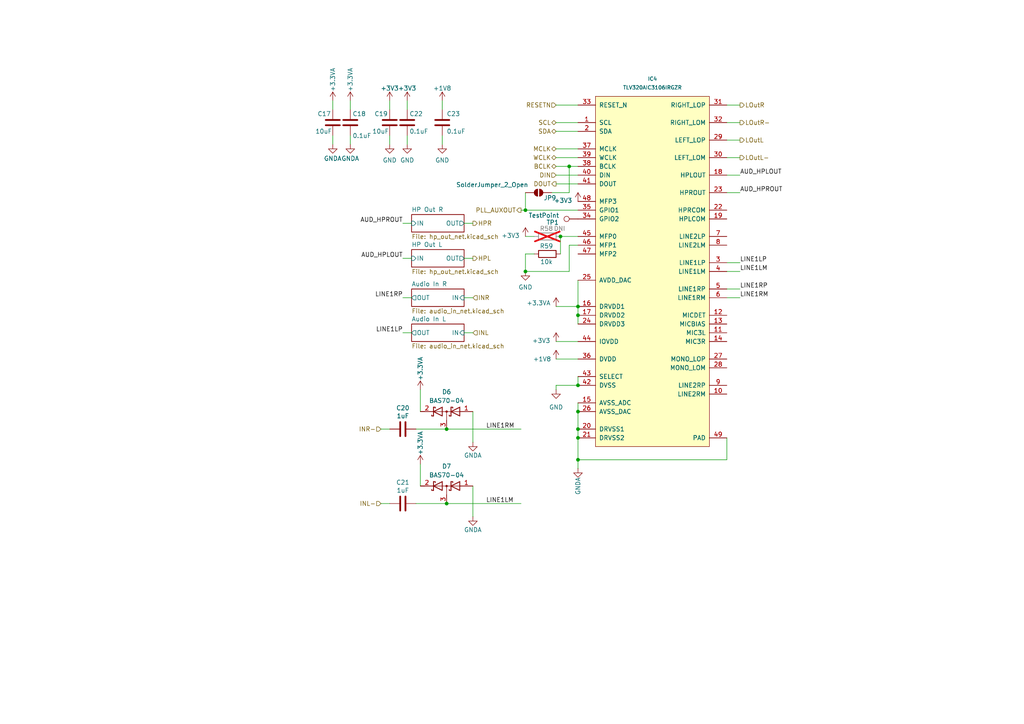
<source format=kicad_sch>
(kicad_sch (version 20250114) (generator "eeschema") (generator_version "9.0")
  (paper "A4")
  (lib_symbols
    (symbol "Bela:TLV320AIC3106IRGZR" (pin_names (offset 1.016))
      (property "Reference" "U" (at -15.24 46.736 0))
      (property "Value" "TLV320AIC3106IRGZR" (at -15.24 -57.658 0))
      (symbol "TLV320AIC3106IRGZR_1_0"
        (pin bidirectional line (at -20.32 43.18 0) (length 5.08) (name "RESET_N") (number "33"))
        (pin bidirectional line (at -20.32 38.1 0) (length 5.08) (name "SCL") (number "1"))
        (pin bidirectional line (at -20.32 35.56 0) (length 5.08) (name "SDA") (number "2"))
        (pin bidirectional line (at -20.32 30.48 0) (length 5.08) (name "MCLK") (number "37"))
        (pin bidirectional line (at -20.32 27.94 0) (length 5.08) (name "WCLK") (number "39"))
        (pin bidirectional line (at -20.32 25.4 0) (length 5.08) (name "BCLK") (number "38"))
        (pin bidirectional line (at -20.32 22.86 0) (length 5.08) (name "DIN") (number "40"))
        (pin bidirectional line (at -20.32 20.32 0) (length 5.08) (name "DOUT") (number "41"))
        (pin bidirectional line (at -20.32 15.24 0) (length 5.08) (name "MFP3") (number "48"))
        (pin bidirectional line (at -20.32 12.7 0) (length 5.08) (name "GPIO1") (number "35"))
        (pin bidirectional line (at -20.32 10.16 0) (length 5.08) (name "GPIO2") (number "34"))
        (pin bidirectional line (at -20.32 5.08 0) (length 5.08) (name "MFP0") (number "45"))
        (pin bidirectional line (at -20.32 2.54 0) (length 5.08) (name "MFP1") (number "46"))
        (pin bidirectional line (at -20.32 0 0) (length 5.08) (name "MFP2") (number "47"))
        (pin bidirectional line (at -20.32 -7.62 0) (length 5.08) (name "AVDD_DAC") (number "25"))
        (pin bidirectional line (at -20.32 -15.24 0) (length 5.08) (name "DRVDD1") (number "16"))
        (pin bidirectional line (at -20.32 -17.78 0) (length 5.08) (name "DRVDD2") (number "17"))
        (pin bidirectional line (at -20.32 -20.32 0) (length 5.08) (name "DRVDD3") (number "24"))
        (pin bidirectional line (at -20.32 -25.4 0) (length 5.08) (name "IOVDD") (number "44"))
        (pin bidirectional line (at -20.32 -30.48 0) (length 5.08) (name "DVDD") (number "36"))
        (pin bidirectional line (at -20.32 -35.56 0) (length 5.08) (name "SELECT") (number "43"))
        (pin bidirectional line (at -20.32 -38.1 0) (length 5.08) (name "DVSS") (number "42"))
        (pin bidirectional line (at -20.32 -43.18 0) (length 5.08) (name "AVSS_ADC") (number "15"))
        (pin bidirectional line (at -20.32 -45.72 0) (length 5.08) (name "AVSS_DAC") (number "26"))
        (pin bidirectional line (at -20.32 -50.8 0) (length 5.08) (name "DRVSS1") (number "20"))
        (pin bidirectional line (at -20.32 -53.34 0) (length 5.08) (name "DRVSS2") (number "21"))
        (pin bidirectional line (at 22.86 43.18 180) (length 5.08) (name "RIGHT_LOP") (number "31"))
        (pin bidirectional line (at 22.86 38.1 180) (length 5.08) (name "RIGHT_LOM") (number "32"))
        (pin bidirectional line (at 22.86 33.02 180) (length 5.08) (name "LEFT_LOP") (number "29"))
        (pin bidirectional line (at 22.86 27.94 180) (length 5.08) (name "LEFT_LOM") (number "30"))
        (pin bidirectional line (at 22.86 22.86 180) (length 5.08) (name "HPLOUT") (number "18"))
        (pin bidirectional line (at 22.86 17.78 180) (length 5.08) (name "HPROUT") (number "23"))
        (pin bidirectional line (at 22.86 12.7 180) (length 5.08) (name "HPRCOM") (number "22"))
        (pin bidirectional line (at 22.86 10.16 180) (length 5.08) (name "HPLCOM") (number "19"))
        (pin bidirectional line (at 22.86 5.08 180) (length 5.08) (name "LINE2LP") (number "7"))
        (pin bidirectional line (at 22.86 2.54 180) (length 5.08) (name "LINE2LM") (number "8"))
        (pin bidirectional line (at 22.86 -2.54 180) (length 5.08) (name "LINE1LP") (number "3"))
        (pin bidirectional line (at 22.86 -5.08 180) (length 5.08) (name "LINE1LM") (number "4"))
        (pin bidirectional line (at 22.86 -10.16 180) (length 5.08) (name "LINE1RP") (number "5"))
        (pin bidirectional line (at 22.86 -12.7 180) (length 5.08) (name "LINE1RM") (number "6"))
        (pin bidirectional line (at 22.86 -17.78 180) (length 5.08) (name "MICDET") (number "12"))
        (pin bidirectional line (at 22.86 -20.32 180) (length 5.08) (name "MICBIAS") (number "13"))
        (pin bidirectional line (at 22.86 -22.86 180) (length 5.08) (name "MIC3L") (number "11"))
        (pin bidirectional line (at 22.86 -25.4 180) (length 5.08) (name "MIC3R") (number "14"))
        (pin bidirectional line (at 22.86 -30.48 180) (length 5.08) (name "MONO_LOP") (number "27"))
        (pin bidirectional line (at 22.86 -33.02 180) (length 5.08) (name "MONO_LOM") (number "28"))
        (pin bidirectional line (at 22.86 -38.1 180) (length 5.08) (name "LINE2RP") (number "9"))
        (pin bidirectional line (at 22.86 -40.64 180) (length 5.08) (name "LINE2RM") (number "10"))
        (pin bidirectional line (at 22.86 -53.34 180) (length 5.08) (name "PAD") (number "49"))
      )
      (symbol "TLV320AIC3106IRGZR_1_1"
        (polyline (pts (xy -15.24 45.72) (xy 17.78 45.72) (xy 17.78 -55.88) (xy -15.24 -55.88) (xy -15.24 45.72)) (stroke (width 0.1524)) (fill (type background)))
      )
    )
    (symbol "Connector:TestPoint" (pin_numbers (hide yes)) (pin_names (offset 0.762) (hide yes))
      (property "Reference" "TP" (at 0 6.858 0))
      (property "Value" "TestPoint" (at 0 5.08 0))
      (symbol "TestPoint_0_1"
        (circle (center 0 3.302) (radius 0.762))
      )
      (symbol "TestPoint_1_1"
        (pin passive line (at 0 0 90) (length 2.54) (name "1") (number "1"))
      )
    )
    (symbol "Device:C" (pin_numbers (hide yes)) (pin_names (offset 0.254))
      (property "Reference" "C" (at 0.635 2.54 0))
      (property "Value" "C" (at 0.635 -2.54 0))
      (symbol "C_0_1"
        (polyline (pts (xy -2.032 0.762) (xy 2.032 0.762)) (stroke (width 0.508)))
        (polyline (pts (xy -2.032 -0.762) (xy 2.032 -0.762)) (stroke (width 0.508)))
      )
      (symbol "C_1_1"
        (pin passive line (at 0 3.81 270) (length 2.794) (name "~") (number "1"))
        (pin passive line (at 0 -3.81 90) (length 2.794) (name "~") (number "2"))
      )
    )
    (symbol "Device:D_Schottky_Dual_Series_AKC" (pin_names (offset 0.762) (hide yes))
      (property "Reference" "D" (at 1.27 -2.54 0))
      (property "Value" "D_Schottky_Dual_Series_AKC" (at 0 2.54 0))
      (symbol "D_Schottky_Dual_Series_AKC_0_1"
        (polyline (pts (xy -3.81 1.27) (xy -1.27 0) (xy -3.81 -1.27) (xy -3.81 1.27) (xy -3.81 1.27) (xy -3.81 1.27)) (stroke (width 0.254)))
        (polyline (pts (xy -3.81 0) (xy 3.81 0)))
        (polyline (pts (xy -1.778 1.016) (xy -1.778 1.27) (xy -1.27 1.27) (xy -1.27 1.27) (xy -1.27 1.27)) (stroke (width 0.254)))
        (polyline (pts (xy -1.27 -1.27) (xy -1.27 1.27) (xy -1.27 1.27)) (stroke (width 0.254)))
        (polyline (pts (xy -1.27 -1.27) (xy -0.762 -1.27) (xy -0.762 -1.016) (xy -0.762 -1.016)) (stroke (width 0.254)))
        (polyline (pts (xy 0 0) (xy 0 -2.54)))
        (circle (center 0 0) (radius 0.254) (fill (type outline)))
        (polyline (pts (xy 1.27 1.27) (xy 3.81 0) (xy 1.27 -1.27) (xy 1.27 1.27) (xy 1.27 1.27) (xy 1.27 1.27)) (stroke (width 0.254)))
        (polyline (pts (xy 3.81 1.27) (xy 3.81 -1.27) (xy 3.81 -1.27)) (stroke (width 0.254)))
        (polyline (pts (xy 3.81 1.27) (xy 3.302 1.27) (xy 3.302 1.016) (xy 3.302 1.016)) (stroke (width 0.254)))
        (polyline (pts (xy 3.81 -1.27) (xy 4.318 -1.27) (xy 4.318 -1.016) (xy 4.318 -1.016)) (stroke (width 0.254)))
        (polyline (pts (xy 6.35 0) (xy 7.62 0)))
        (pin passive line (at -7.62 0 0) (length 3.81) (name "A") (number "1"))
        (pin passive line (at 0 -5.08 90) (length 2.54) (name "common") (number "3"))
        (pin passive line (at 7.62 0 180) (length 3.81) (name "K") (number "2"))
      )
    )
    (symbol "Device:R" (pin_numbers (hide yes)) (pin_names (offset 0))
      (property "Reference" "R" (at 2.032 0 90))
      (property "Value" "R" (at 0 0 90))
      (symbol "R_0_1"
        (rectangle (start -1.016 -2.54) (end 1.016 2.54) (stroke (width 0.254)))
      )
      (symbol "R_1_1"
        (pin passive line (at 0 3.81 270) (length 1.27) (name "~") (number "1"))
        (pin passive line (at 0 -3.81 90) (length 1.27) (name "~") (number "2"))
      )
    )
    (symbol "GND_1" (power) (pin_numbers (hide yes)) (pin_names (offset 0) (hide yes))
      (property "Value" "GND" (at 0 -3.81 0))
      (symbol "GND_1_0_1"
        (polyline (pts (xy 0 0) (xy 0 -1.27) (xy 1.27 -1.27) (xy 0 -2.54) (xy -1.27 -1.27) (xy 0 -1.27)))
      )
      (symbol "GND_1_1_1"
        (pin power_in line (at 0 0 270) (length 0) (name "~") (number "1"))
      )
    )
    (symbol "Jumper:SolderJumper_2_Open" (pin_numbers (hide yes)) (pin_names (offset 0) (hide yes)) (in_bom no)
      (property "Reference" "JP" (at 0 2.032 0))
      (property "Value" "SolderJumper_2_Open" (at 0 -2.54 0))
      (symbol "SolderJumper_2_Open_0_1"
        (polyline (pts (xy -0.254 1.016) (xy -0.254 -1.016)))
        (arc (start -0.254 -1.016) (mid -1.2656 0) (end -0.254 1.016))
        (arc (start -0.254 -1.016) (mid -1.2656 0) (end -0.254 1.016) (fill (type outline)))
        (arc (start 0.254 1.016) (mid 1.2656 0) (end 0.254 -1.016))
        (arc (start 0.254 1.016) (mid 1.2656 0) (end 0.254 -1.016) (fill (type outline)))
        (polyline (pts (xy 0.254 1.016) (xy 0.254 -1.016)))
      )
      (symbol "SolderJumper_2_Open_1_1"
        (pin passive line (at -3.81 0 0) (length 2.54) (name "A") (number "1"))
        (pin passive line (at 3.81 0 180) (length 2.54) (name "B") (number "2"))
      )
    )
    (symbol "power:+1V8" (power) (pin_names (offset 0))
      (property "Value" "+1V8" (at 0 3.556 0))
      (symbol "+1V8_0_1"
        (polyline (pts (xy -0.762 1.27) (xy 0 2.54)))
        (polyline (pts (xy 0 2.54) (xy 0.762 1.27)))
        (polyline (pts (xy 0 0) (xy 0 2.54)))
      )
      (symbol "+1V8_1_1"
        (pin power_in line (at 0 0 90) (length 0) (hide yes) (name "+1V8") (number "1"))
      )
    )
    (symbol "power:+3.3VA" (power) (pin_names (offset 0))
      (property "Value" "+3.3VA" (at 0 3.556 0))
      (symbol "+3.3VA_0_1"
        (polyline (pts (xy -0.762 1.27) (xy 0 2.54)))
        (polyline (pts (xy 0 2.54) (xy 0.762 1.27)))
        (polyline (pts (xy 0 0) (xy 0 2.54)))
      )
      (symbol "+3.3VA_1_1"
        (pin power_in line (at 0 0 90) (length 0) (hide yes) (name "+3.3VA") (number "1"))
      )
    )
    (symbol "power:+3V3" (power) (pin_names (offset 0))
      (property "Value" "+3V3" (at 0 3.556 0))
      (symbol "+3V3_0_1"
        (polyline (pts (xy -0.762 1.27) (xy 0 2.54)))
        (polyline (pts (xy 0 2.54) (xy 0.762 1.27)))
        (polyline (pts (xy 0 0) (xy 0 2.54)))
      )
      (symbol "+3V3_1_1"
        (pin power_in line (at 0 0 90) (length 0) (hide yes) (name "+3V3") (number "1"))
      )
    )
    (symbol "power:GND" (power) (pin_names (offset 0))
      (property "Value" "GND" (at 0 -3.81 0))
      (symbol "GND_0_1"
        (polyline (pts (xy 0 0) (xy 0 -1.27) (xy 1.27 -1.27) (xy 0 -2.54) (xy -1.27 -1.27) (xy 0 -1.27)))
      )
      (symbol "GND_1_1"
        (pin power_in line (at 0 0 270) (length 0) (hide yes) (name "GND") (number "1"))
      )
    )
    (symbol "power:GNDA" (power) (pin_numbers (hide yes)) (pin_names (offset 0) (hide yes))
      (property "Value" "GNDA" (at 0 -3.81 0))
      (symbol "GNDA_0_1"
        (polyline (pts (xy 0 0) (xy 0 -1.27) (xy 1.27 -1.27) (xy 0 -2.54) (xy -1.27 -1.27) (xy 0 -1.27)))
      )
      (symbol "GNDA_1_1"
        (pin power_in line (at 0 0 270) (length 0) (name "~") (number "1"))
      )
    )
  )
  (junction (at 152.4 78.74))
  (junction (at 162.56 68.58))
  (junction (at 165.1 48.26))
  (junction (at 129.54 124.46))
  (junction (at 167.64 88.9))
  (junction (at 152.4 60.96))
  (junction (at 167.64 124.46))
  (junction (at 167.64 133.35))
  (junction (at 167.64 91.44))
  (junction (at 129.54 146.05))
  (junction (at 167.64 119.38))
  (junction (at 167.64 111.76))
  (junction (at 167.64 127))
  (wire (pts (xy 210.82 30.48) (xy 214.63 30.48)))
  (wire (pts (xy 121.92 113.03) (xy 121.92 119.38)))
  (wire (pts (xy 210.82 86.36) (xy 214.63 86.36)))
  (wire (pts (xy 210.82 40.64) (xy 214.63 40.64)))
  (wire (pts (xy 110.49 124.46) (xy 113.03 124.46)))
  (wire (pts (xy 101.6 29.21) (xy 101.6 31.75)))
  (wire (pts (xy 161.29 104.14) (xy 167.64 104.14)))
  (wire (pts (xy 128.27 41.91) (xy 128.27 39.37)))
  (wire (pts (xy 129.54 146.05) (xy 120.65 146.05)))
  (wire (pts (xy 129.54 124.46) (xy 151.13 124.46)))
  (wire (pts (xy 110.49 146.05) (xy 113.03 146.05)))
  (wire (pts (xy 162.56 68.58) (xy 167.64 68.58)))
  (wire (pts (xy 129.54 124.46) (xy 120.65 124.46)))
  (wire (pts (xy 167.64 127) (xy 167.64 133.35)))
  (wire (pts (xy 113.03 29.21) (xy 113.03 31.75)))
  (wire (pts (xy 137.16 64.77) (xy 134.62 64.77)))
  (wire (pts (xy 137.16 140.97) (xy 137.16 149.86)))
  (wire (pts (xy 151.13 60.96) (xy 152.4 60.96)))
  (wire (pts (xy 118.11 39.37) (xy 118.11 41.91)))
  (wire (pts (xy 210.82 76.2) (xy 214.63 76.2)))
  (wire (pts (xy 210.82 45.72) (xy 214.63 45.72)))
  (wire (pts (xy 210.82 127) (xy 210.82 133.35)))
  (wire (pts (xy 113.03 39.37) (xy 113.03 41.91)))
  (wire (pts (xy 165.1 71.12) (xy 165.1 78.74)))
  (wire (pts (xy 101.6 39.37) (xy 101.6 41.91)))
  (wire (pts (xy 160.02 55.88) (xy 165.1 55.88)))
  (wire (pts (xy 210.82 55.88) (xy 214.63 55.88)))
  (wire (pts (xy 161.29 30.48) (xy 167.64 30.48)))
  (wire (pts (xy 128.27 29.21) (xy 128.27 31.75)))
  (wire (pts (xy 165.1 78.74) (xy 152.4 78.74)))
  (wire (pts (xy 161.29 53.34) (xy 167.64 53.34)))
  (wire (pts (xy 161.29 38.1) (xy 167.64 38.1)))
  (wire (pts (xy 161.29 111.76) (xy 161.29 113.03)))
  (wire (pts (xy 137.16 74.93) (xy 134.62 74.93)))
  (wire (pts (xy 152.4 73.66) (xy 154.94 73.66)))
  (wire (pts (xy 167.64 109.22) (xy 167.64 111.76)))
  (wire (pts (xy 161.29 88.9) (xy 167.64 88.9)))
  (wire (pts (xy 165.1 48.26) (xy 167.64 48.26)))
  (wire (pts (xy 116.84 74.93) (xy 119.38 74.93)))
  (wire (pts (xy 167.64 91.44) (xy 167.64 93.98)))
  (wire (pts (xy 118.11 29.21) (xy 118.11 31.75)))
  (wire (pts (xy 210.82 133.35) (xy 167.64 133.35)))
  (wire (pts (xy 167.64 71.12) (xy 165.1 71.12)))
  (wire (pts (xy 161.29 43.18) (xy 167.64 43.18)))
  (wire (pts (xy 210.82 83.82) (xy 214.63 83.82)))
  (wire (pts (xy 210.82 50.8) (xy 214.63 50.8)))
  (wire (pts (xy 167.64 116.84) (xy 167.64 119.38)))
  (wire (pts (xy 137.16 86.36) (xy 134.62 86.36)))
  (wire (pts (xy 162.56 68.58) (xy 162.56 73.66)))
  (wire (pts (xy 121.92 134.62) (xy 121.92 140.97)))
  (wire (pts (xy 167.64 88.9) (xy 167.64 91.44)))
  (wire (pts (xy 161.29 50.8) (xy 167.64 50.8)))
  (wire (pts (xy 167.64 60.96) (xy 152.4 60.96)))
  (wire (pts (xy 167.64 119.38) (xy 167.64 124.46)))
  (wire (pts (xy 152.4 68.58) (xy 154.94 68.58)))
  (wire (pts (xy 167.64 111.76) (xy 161.29 111.76)))
  (wire (pts (xy 161.29 45.72) (xy 167.64 45.72)))
  (wire (pts (xy 116.84 64.77) (xy 119.38 64.77)))
  (wire (pts (xy 210.82 78.74) (xy 214.63 78.74)))
  (wire (pts (xy 167.64 81.28) (xy 167.64 88.9)))
  (wire (pts (xy 152.4 60.96) (xy 152.4 55.88)))
  (wire (pts (xy 161.29 99.06) (xy 167.64 99.06)))
  (wire (pts (xy 152.4 78.74) (xy 152.4 73.66)))
  (wire (pts (xy 167.64 124.46) (xy 167.64 127)))
  (wire (pts (xy 129.54 146.05) (xy 151.13 146.05)))
  (wire (pts (xy 161.29 35.56) (xy 167.64 35.56)))
  (wire (pts (xy 137.16 96.52) (xy 134.62 96.52)))
  (wire (pts (xy 167.64 133.35) (xy 167.64 135.89)))
  (wire (pts (xy 96.52 29.21) (xy 96.52 31.75)))
  (wire (pts (xy 165.1 48.26) (xy 165.1 55.88)))
  (wire (pts (xy 210.82 35.56) (xy 214.63 35.56)))
  (wire (pts (xy 116.84 86.36) (xy 119.38 86.36)))
  (wire (pts (xy 116.84 96.52) (xy 119.38 96.52)))
  (wire (pts (xy 96.52 39.37) (xy 96.52 41.91)))
  (wire (pts (xy 137.16 119.38) (xy 137.16 128.27)))
  (wire (pts (xy 161.29 48.26) (xy 165.1 48.26)))
  (label "AUD_HPLOUT" (at 116.84 74.93 180))
  (label "LINE1RM" (at 214.63 86.36 0))
  (label "AUD_HPROUT" (at 214.63 55.88 0))
  (label "AUD_HPROUT" (at 116.84 64.77 180))
  (label "LINE1LM" (at 214.63 78.74 0))
  (label "LINE1LP" (at 214.63 76.2 0))
  (label "LINE1LM" (at 140.97 146.05 0))
  (label "LINE1RP" (at 214.63 83.82 0))
  (label "LINE1RM" (at 140.97 124.46 0))
  (label "LINE1RP" (at 116.84 86.36 180))
  (label "LINE1LP" (at 116.84 96.52 180))
  (label "AUD_HPLOUT" (at 214.63 50.8 0))
  (hierarchical_label "WCLK" (shape bidirectional) (at 161.29 45.72 180))
  (hierarchical_label "PLL_AUXOUT" (shape output) (at 151.13 60.96 180))
  (hierarchical_label "DIN" (shape input) (at 161.29 50.8 180))
  (hierarchical_label "INR-" (shape input) (at 110.49 124.46 180))
  (hierarchical_label "RESETN" (shape input) (at 161.29 30.48 180))
  (hierarchical_label "SCL" (shape bidirectional) (at 161.29 35.56 180))
  (hierarchical_label "INL" (shape input) (at 137.16 96.52 0))
  (hierarchical_label "LOutL" (shape output) (at 214.63 40.64 0))
  (hierarchical_label "LOutR-" (shape output) (at 214.63 35.56 0))
  (hierarchical_label "HPR" (shape output) (at 137.16 64.77 0))
  (hierarchical_label "BCLK" (shape bidirectional) (at 161.29 48.26 180))
  (hierarchical_label "LOutR" (shape output) (at 214.63 30.48 0))
  (hierarchical_label "MCLK" (shape bidirectional) (at 161.29 43.18 180))
  (hierarchical_label "SDA" (shape bidirectional) (at 161.29 38.1 180))
  (hierarchical_label "LOutL-" (shape output) (at 214.63 45.72 0))
  (hierarchical_label "DOUT" (shape output) (at 161.29 53.34 180))
  (hierarchical_label "INR" (shape input) (at 137.16 86.36 0))
  (hierarchical_label "INL-" (shape input) (at 110.49 146.05 180))
  (hierarchical_label "HPL" (shape output) (at 137.16 74.93 0))
  (symbol (lib_id "power:+1V8") (at 128.27 29.21 0) (unit 1)
    (property "Reference" "#PWR095" (effects (hide yes)))
    (property "Value" "+1V8" (at 128.27 25.6055 0))
  )
  (symbol (lib_id "Device:C") (at 101.6 35.56 0) (unit 1)
    (property "Reference" "C18" (at 102.235 33.02 0) (effects (justify left)))
    (property "Value" "0.1uF" (at 102.235 39.37 0) (effects (justify left)))
    (property "Footprint" "Capacitor_SMD:C_0402_1005Metric" (effects (hide yes)))
  )
  (symbol (lib_id "power:GND") (at 152.4 78.74 0) (unit 1)
    (property "Reference" "#PWR0207" (effects (hide yes)))
    (property "Value" "GND" (at 152.4 83.3025 0))
  )
  (symbol (lib_id "power:+3.3VA") (at 161.29 88.9 0) (unit 1)
    (property "Reference" "#PWR099" (effects (hide yes)))
    (property "Value" "+3.3VA" (at 156.21 87.884 0))
  )
  (symbol (lib_id "power:+3V3") (at 167.64 58.42 0) (unit 1)
    (property "Reference" "#PWR0205" (effects (hide yes)))
    (property "Value" "+3V3" (at 163.322 58.166 0))
  )
  (symbol (lib_id "power:+3V3") (at 161.29 99.06 0) (unit 1)
    (property "Reference" "#PWR0100" (effects (hide yes)))
    (property "Value" "+3V3" (at 156.972 98.806 0))
  )
  (symbol (lib_id "Device:C") (at 118.11 35.56 0) (unit 1)
    (property "Reference" "C22" (at 118.745 33.02 0) (effects (justify left)))
    (property "Value" "0.1uF" (at 118.745 38.1 0) (effects (justify left)))
    (property "Footprint" "Capacitor_SMD:C_0402_1005Metric" (effects (hide yes)))
  )
  (symbol (lib_id "power:+3.3VA") (at 121.92 134.62 0) (unit 1)
    (property "Reference" "#PWR094" (effects (hide yes)))
    (property "Value" "+3.3VA" (at 121.92 128.524 90))
  )
  (symbol (lib_id "Device:C") (at 116.84 146.05 270) (mirror x) (unit 1)
    (property "Reference" "C21" (at 116.84 139.9245 90))
    (property "Value" "1uF" (at 116.84 142.24 90))
    (property "Footprint" "Capacitor_SMD:C_0402_1005Metric" (effects (hide yes)))
  )
  (symbol (lib_id "Jumper:SolderJumper_2_Open") (at 156.21 55.88 0) (unit 1) (in_bom no)
    (property "Reference" "JP9" (at 159.512 57.404 0))
    (property "Value" "SolderJumper_2_Open" (at 142.748 53.594 0))
    (property "Footprint" "Jumper:SolderJumper-2_P1.3mm_Open_RoundedPad1.0x1.5mm" (effects (hide yes)))
    (property "Description" "Solder Jumper, 2-pole, open" (effects (hide yes)))
  )
  (symbol (lib_id "power:GNDA") (at 96.52 41.91 0) (unit 1)
    (property "Reference" "#PWR086" (effects (hide yes)))
    (property "Value" "GNDA" (at 96.52 45.974 0))
    (property "Description" "Power symbol creates a global label with name \"GNDA\" , analog ground" (effects (hide yes)))
  )
  (symbol (lib_id "power:GND") (at 128.27 41.91 0) (unit 1)
    (property "Reference" "#PWR096" (effects (hide yes)))
    (property "Value" "GND" (at 128.27 46.4725 0))
  )
  (symbol (lib_id "Device:C") (at 113.03 35.56 0) (unit 1)
    (property "Reference" "C19" (at 108.585 33.02 0) (effects (justify left)))
    (property "Value" "10uF" (at 107.95 38.1 0) (effects (justify left)))
    (property "Footprint" "Capacitor_SMD:C_0603_1608Metric" (effects (hide yes)))
  )
  (symbol (lib_id "power:+3V3") (at 118.11 29.21 0) (unit 1)
    (property "Reference" "#PWR091" (effects (hide yes)))
    (property "Value" "+3V3" (at 118.11 25.6055 0))
  )
  (symbol (lib_id "power:+1V8") (at 161.29 104.14 0) (unit 1)
    (property "Reference" "#PWR0101" (effects (hide yes)))
    (property "Value" "+1V8" (at 157.226 104.14 0))
  )
  (symbol (lib_id "Device:D_Schottky_Dual_Series_AKC") (at 129.54 119.38 0) (mirror y) (unit 1)
    (property "Reference" "D6" (at 129.54 113.665 0))
    (property "Value" "BAS70-04" (at 129.54 116.205 0))
    (property "Footprint" "Package_TO_SOT_SMD:SOT-323_SC-70" (effects (hide yes)))
  )
  (symbol (lib_id "power:GND") (at 113.03 41.91 0) (unit 1)
    (property "Reference" "#PWR090" (effects (hide yes)))
    (property "Value" "GND" (at 113.03 46.4725 0))
  )
  (symbol (lib_id "power:GNDA") (at 137.16 149.86 0) (unit 1)
    (property "Reference" "#PWR098" (effects (hide yes)))
    (property "Value" "GNDA" (at 137.16 153.67 0))
    (property "Description" "Power symbol creates a global label with name \"GNDA\" , analog ground" (effects (hide yes)))
  )
  (symbol (lib_id "Device:R") (at 158.75 73.66 270) (unit 1)
    (property "Reference" "R59" (at 158.496 71.374 90))
    (property "Value" "10k" (at 158.496 75.946 90))
    (property "Footprint" "Resistor_SMD:R_0402_1005Metric" (effects (hide yes)))
  )
  (symbol (lib_id "Device:C") (at 96.52 35.56 0) (unit 1)
    (property "Reference" "C17" (at 92.075 33.02 0) (effects (justify left)))
    (property "Value" "10uF" (at 91.44 38.1 0) (effects (justify left)))
    (property "Footprint" "Capacitor_SMD:C_0603_1608Metric" (effects (hide yes)))
  )
  (symbol (lib_id "power:+3V3") (at 152.4 68.58 0) (unit 1)
    (property "Reference" "#PWR0206" (effects (hide yes)))
    (property "Value" "+3V3" (at 148.082 68.326 0))
  )
  (symbol (lib_name "GND_1") (lib_id "power:GND") (at 161.29 113.03 0) (unit 1)
    (property "Reference" "#PWR0102" (effects (hide yes)))
    (property "Value" "GND" (at 161.29 118.11 0))
    (property "Description" "Power symbol creates a global label with name \"GND\" , ground" (effects (hide yes)))
  )
  (symbol (lib_id "power:GNDA") (at 137.16 128.27 0) (unit 1)
    (property "Reference" "#PWR097" (effects (hide yes)))
    (property "Value" "GNDA" (at 137.16 132.08 0))
    (property "Description" "Power symbol creates a global label with name \"GNDA\" , analog ground" (effects (hide yes)))
  )
  (symbol (lib_id "Device:C") (at 116.84 124.46 270) (mirror x) (unit 1)
    (property "Reference" "C20" (at 116.84 118.3345 90))
    (property "Value" "1uF" (at 116.84 120.65 90))
    (property "Footprint" "Capacitor_SMD:C_0402_1005Metric" (effects (hide yes)))
  )
  (symbol (lib_id "Device:C") (at 128.27 35.56 0) (unit 1)
    (property "Reference" "C23" (at 129.54 33.02 0) (effects (justify left)))
    (property "Value" "0.1uF" (at 129.54 38.1 0) (effects (justify left)))
    (property "Footprint" "Capacitor_SMD:C_0402_1005Metric" (effects (hide yes)))
  )
  (symbol (lib_id "Device:R") (at 158.75 68.58 270) (unit 1) (dnp yes)
    (property "Reference" "R58" (at 158.496 66.294 90))
    (property "Value" "DNI" (at 162.306 66.294 90))
    (property "Footprint" "Resistor_SMD:R_0402_1005Metric" (effects (hide yes)))
  )
  (symbol (lib_id "power:+3.3VA") (at 101.6 29.21 0) (unit 1)
    (property "Reference" "#PWR087" (effects (hide yes)))
    (property "Value" "+3.3VA" (at 101.6 23.114 90))
  )
  (symbol (lib_id "power:+3.3VA") (at 96.52 29.21 0) (unit 1)
    (property "Reference" "#PWR085" (effects (hide yes)))
    (property "Value" "+3.3VA" (at 96.52 23.114 90))
  )
  (symbol (lib_id "Connector:TestPoint") (at 167.64 63.5 90) (unit 1)
    (property "Reference" "TP1" (at 160.274 64.516 90))
    (property "Value" "TestPoint" (at 157.734 62.484 90))
    (property "Footprint" "TestPoint:TestPoint_Pad_D1.0mm" (effects (hide yes)))
    (property "Description" "test point" (effects (hide yes)))
  )
  (symbol (lib_id "power:+3V3") (at 113.03 29.21 0) (unit 1)
    (property "Reference" "#PWR089" (effects (hide yes)))
    (property "Value" "+3V3" (at 113.03 25.6055 0))
  )
  (symbol (lib_id "power:+3.3VA") (at 121.92 113.03 0) (unit 1)
    (property "Reference" "#PWR093" (effects (hide yes)))
    (property "Value" "+3.3VA" (at 121.92 106.934 90))
  )
  (symbol (lib_id "Bela:TLV320AIC3106IRGZR") (at 187.96 73.66 0) (unit 1)
    (property "Reference" "IC4" (at 189.23 22.86 0) (effects (font (size 1.0668 1.0668))))
    (property "Value" "TLV320AIC3106IRGZR" (at 189.23 25.4 0) (effects (font (size 1.0668 1.0668))))
    (property "Footprint" "Package_DFN_QFN:QFN-48-1EP_7x7mm_P0.5mm_EP5.1x5.1mm" (effects (hide yes)))
    (property "Datasheet" "https://www.ti.com/lit/ds/symlink/tlv320aic3106.pdf" (effects (hide yes)))
  )
  (symbol (lib_id "power:GND") (at 118.11 41.91 0) (unit 1)
    (property "Reference" "#PWR092" (effects (hide yes)))
    (property "Value" "GND" (at 118.11 46.4725 0))
  )
  (symbol (lib_id "power:GNDA") (at 101.6 41.91 0) (unit 1)
    (property "Reference" "#PWR088" (effects (hide yes)))
    (property "Value" "GNDA" (at 101.6 45.974 0))
    (property "Description" "Power symbol creates a global label with name \"GNDA\" , analog ground" (effects (hide yes)))
  )
  (symbol (lib_id "power:GNDA") (at 167.64 135.89 0) (unit 1)
    (property "Reference" "#PWR0103" (effects (hide yes)))
    (property "Value" "GNDA" (at 167.64 140.97 90))
    (property "Description" "Power symbol creates a global label with name \"GNDA\" , analog ground" (effects (hide yes)))
  )
  (symbol (lib_id "Device:D_Schottky_Dual_Series_AKC") (at 129.54 140.97 0) (mirror y) (unit 1)
    (property "Reference" "D7" (at 129.54 135.255 0))
    (property "Value" "BAS70-04" (at 129.54 137.795 0))
    (property "Footprint" "Package_TO_SOT_SMD:SOT-323_SC-70" (effects (hide yes)))
  )
  (sheet (at 119.38 83.82) (size 15.24 5.08) (stroke (width 0.1524))
    (property "Sheetname" "Audio In R" (at 119.38 83.1084 0) (effects (justify left bottom)))
    (property "Sheetfile" "audio_in_net.kicad_sch" (at 119.38 89.4846 0) (effects (justify left top)))
    (pin "IN" input (at 134.62 86.36 0))
    (pin "OUT" output (at 119.38 86.36 180))
  )
  (sheet (at 119.38 72.39) (size 15.24 5.08) (stroke (width 0.1524))
    (property "Sheetname" "HP Out L" (at 119.38 71.6784 0) (effects (justify left bottom)))
    (property "Sheetfile" "hp_out_net.kicad_sch" (at 119.38 78.0546 0) (effects (justify left top)))
    (pin "IN" input (at 119.38 74.93 180))
    (pin "OUT" output (at 134.62 74.93 0))
  )
  (sheet (at 119.38 93.98) (size 15.24 5.08) (stroke (width 0.1524))
    (property "Sheetname" "Audio In L" (at 119.38 93.2684 0) (effects (justify left bottom)))
    (property "Sheetfile" "audio_in_net.kicad_sch" (at 119.38 99.6446 0) (effects (justify left top)))
    (pin "IN" input (at 134.62 96.52 0))
    (pin "OUT" output (at 119.38 96.52 180))
  )
  (sheet (at 119.38 62.23) (size 15.24 5.08) (stroke (width 0.1524))
    (property "Sheetname" "HP Out R" (at 119.38 61.5184 0) (effects (justify left bottom)))
    (property "Sheetfile" "hp_out_net.kicad_sch" (at 119.38 67.8946 0) (effects (justify left top)))
    (pin "IN" input (at 119.38 64.77 180))
    (pin "OUT" output (at 134.62 64.77 0))
  )
)
</source>
